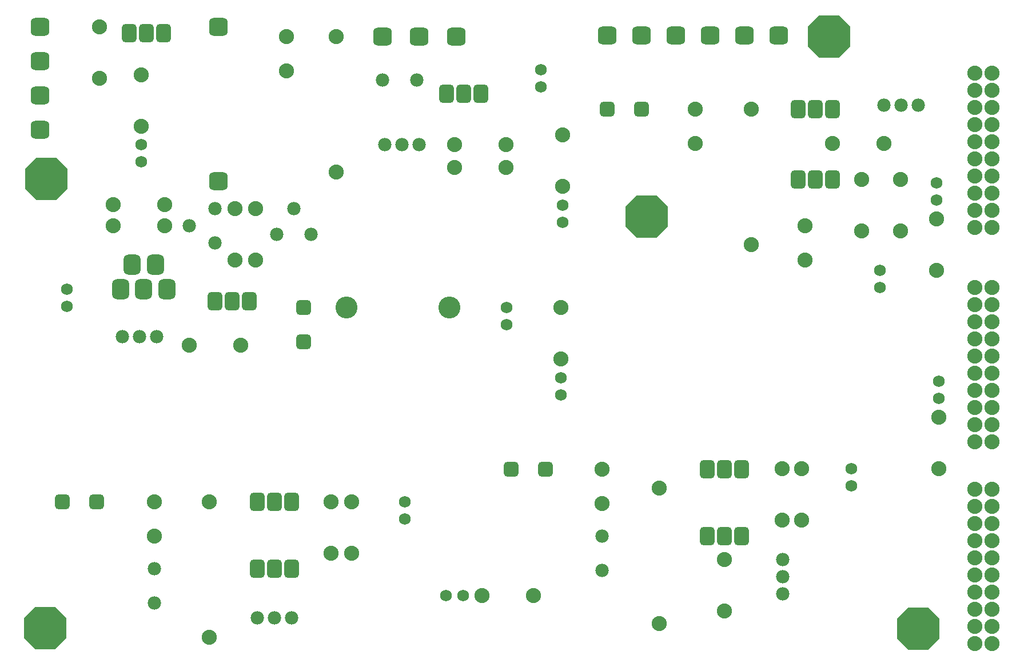
<source format=gbs>
%FSLAX25Y25*%
%MOIN*%
G70*
G01*
G75*
G04 Layer_Color=16711935*
G04:AMPARAMS|DCode=10|XSize=100mil|YSize=100mil|CornerRadius=25mil|HoleSize=0mil|Usage=FLASHONLY|Rotation=0.000|XOffset=0mil|YOffset=0mil|HoleType=Round|Shape=RoundedRectangle|*
%AMROUNDEDRECTD10*
21,1,0.10000,0.05000,0,0,0.0*
21,1,0.05000,0.10000,0,0,0.0*
1,1,0.05000,0.02500,-0.02500*
1,1,0.05000,-0.02500,-0.02500*
1,1,0.05000,-0.02500,0.02500*
1,1,0.05000,0.02500,0.02500*
%
%ADD10ROUNDEDRECTD10*%
%ADD11C,0.08000*%
G04:AMPARAMS|DCode=12|XSize=80mil|YSize=100mil|CornerRadius=20mil|HoleSize=0mil|Usage=FLASHONLY|Rotation=0.000|XOffset=0mil|YOffset=0mil|HoleType=Round|Shape=RoundedRectangle|*
%AMROUNDEDRECTD12*
21,1,0.08000,0.06000,0,0,0.0*
21,1,0.04000,0.10000,0,0,0.0*
1,1,0.04000,0.02000,-0.03000*
1,1,0.04000,-0.02000,-0.03000*
1,1,0.04000,-0.02000,0.03000*
1,1,0.04000,0.02000,0.03000*
%
%ADD12ROUNDEDRECTD12*%
%ADD13C,0.07000*%
%ADD14C,0.06000*%
%ADD15C,0.12000*%
G04:AMPARAMS|DCode=16|XSize=100mil|YSize=100mil|CornerRadius=25mil|HoleSize=0mil|Usage=FLASHONLY|Rotation=90.000|XOffset=0mil|YOffset=0mil|HoleType=Round|Shape=RoundedRectangle|*
%AMROUNDEDRECTD16*
21,1,0.10000,0.05000,0,0,90.0*
21,1,0.05000,0.10000,0,0,90.0*
1,1,0.05000,0.02500,0.02500*
1,1,0.05000,0.02500,-0.02500*
1,1,0.05000,-0.02500,-0.02500*
1,1,0.05000,-0.02500,0.02500*
%
%ADD16ROUNDEDRECTD16*%
G04:AMPARAMS|DCode=17|XSize=90mil|YSize=110mil|CornerRadius=22.5mil|HoleSize=0mil|Usage=FLASHONLY|Rotation=0.000|XOffset=0mil|YOffset=0mil|HoleType=Round|Shape=RoundedRectangle|*
%AMROUNDEDRECTD17*
21,1,0.09000,0.06500,0,0,0.0*
21,1,0.04500,0.11000,0,0,0.0*
1,1,0.04500,0.02250,-0.03250*
1,1,0.04500,-0.02250,-0.03250*
1,1,0.04500,-0.02250,0.03250*
1,1,0.04500,0.02250,0.03250*
%
%ADD17ROUNDEDRECTD17*%
G04:AMPARAMS|DCode=18|XSize=80mil|YSize=80mil|CornerRadius=20mil|HoleSize=0mil|Usage=FLASHONLY|Rotation=90.000|XOffset=0mil|YOffset=0mil|HoleType=Round|Shape=RoundedRectangle|*
%AMROUNDEDRECTD18*
21,1,0.08000,0.04000,0,0,90.0*
21,1,0.04000,0.08000,0,0,90.0*
1,1,0.04000,0.02000,0.02000*
1,1,0.04000,0.02000,-0.02000*
1,1,0.04000,-0.02000,-0.02000*
1,1,0.04000,-0.02000,0.02000*
%
%ADD18ROUNDEDRECTD18*%
G04:AMPARAMS|DCode=19|XSize=80mil|YSize=80mil|CornerRadius=20mil|HoleSize=0mil|Usage=FLASHONLY|Rotation=0.000|XOffset=0mil|YOffset=0mil|HoleType=Round|Shape=RoundedRectangle|*
%AMROUNDEDRECTD19*
21,1,0.08000,0.04000,0,0,0.0*
21,1,0.04000,0.08000,0,0,0.0*
1,1,0.04000,0.02000,-0.02000*
1,1,0.04000,-0.02000,-0.02000*
1,1,0.04000,-0.02000,0.02000*
1,1,0.04000,0.02000,0.02000*
%
%ADD19ROUNDEDRECTD19*%
G04:AMPARAMS|DCode=20|XSize=236.22mil|YSize=236.22mil|CornerRadius=0mil|HoleSize=0mil|Usage=FLASHONLY|Rotation=0.000|XOffset=0mil|YOffset=0mil|HoleType=Round|Shape=Octagon|*
%AMOCTAGOND20*
4,1,8,0.11811,-0.05906,0.11811,0.05906,0.05906,0.11811,-0.05906,0.11811,-0.11811,0.05906,-0.11811,-0.05906,-0.05906,-0.11811,0.05906,-0.11811,0.11811,-0.05906,0.0*
%
%ADD20OCTAGOND20*%

%ADD21C,0.05000*%
%ADD22C,0.04000*%
%ADD23C,0.06000*%
%ADD24C,0.01000*%
%ADD25C,0.00394*%
%ADD26R,0.15000X0.12500*%
G04:AMPARAMS|DCode=27|XSize=108mil|YSize=108mil|CornerRadius=29mil|HoleSize=0mil|Usage=FLASHONLY|Rotation=0.000|XOffset=0mil|YOffset=0mil|HoleType=Round|Shape=RoundedRectangle|*
%AMROUNDEDRECTD27*
21,1,0.10800,0.05000,0,0,0.0*
21,1,0.05000,0.10800,0,0,0.0*
1,1,0.05800,0.02500,-0.02500*
1,1,0.05800,-0.02500,-0.02500*
1,1,0.05800,-0.02500,0.02500*
1,1,0.05800,0.02500,0.02500*
%
%ADD27ROUNDEDRECTD27*%
%ADD28C,0.08800*%
G04:AMPARAMS|DCode=29|XSize=88mil|YSize=108mil|CornerRadius=24mil|HoleSize=0mil|Usage=FLASHONLY|Rotation=0.000|XOffset=0mil|YOffset=0mil|HoleType=Round|Shape=RoundedRectangle|*
%AMROUNDEDRECTD29*
21,1,0.08800,0.06000,0,0,0.0*
21,1,0.04000,0.10800,0,0,0.0*
1,1,0.04800,0.02000,-0.03000*
1,1,0.04800,-0.02000,-0.03000*
1,1,0.04800,-0.02000,0.03000*
1,1,0.04800,0.02000,0.03000*
%
%ADD29ROUNDEDRECTD29*%
%ADD30C,0.07800*%
%ADD31C,0.06800*%
%ADD32C,0.12800*%
G04:AMPARAMS|DCode=33|XSize=108mil|YSize=108mil|CornerRadius=29mil|HoleSize=0mil|Usage=FLASHONLY|Rotation=90.000|XOffset=0mil|YOffset=0mil|HoleType=Round|Shape=RoundedRectangle|*
%AMROUNDEDRECTD33*
21,1,0.10800,0.05000,0,0,90.0*
21,1,0.05000,0.10800,0,0,90.0*
1,1,0.05800,0.02500,0.02500*
1,1,0.05800,0.02500,-0.02500*
1,1,0.05800,-0.02500,-0.02500*
1,1,0.05800,-0.02500,0.02500*
%
%ADD33ROUNDEDRECTD33*%
G04:AMPARAMS|DCode=34|XSize=98mil|YSize=118mil|CornerRadius=26.5mil|HoleSize=0mil|Usage=FLASHONLY|Rotation=0.000|XOffset=0mil|YOffset=0mil|HoleType=Round|Shape=RoundedRectangle|*
%AMROUNDEDRECTD34*
21,1,0.09800,0.06500,0,0,0.0*
21,1,0.04500,0.11800,0,0,0.0*
1,1,0.05300,0.02250,-0.03250*
1,1,0.05300,-0.02250,-0.03250*
1,1,0.05300,-0.02250,0.03250*
1,1,0.05300,0.02250,0.03250*
%
%ADD34ROUNDEDRECTD34*%
G04:AMPARAMS|DCode=35|XSize=88mil|YSize=88mil|CornerRadius=24mil|HoleSize=0mil|Usage=FLASHONLY|Rotation=90.000|XOffset=0mil|YOffset=0mil|HoleType=Round|Shape=RoundedRectangle|*
%AMROUNDEDRECTD35*
21,1,0.08800,0.04000,0,0,90.0*
21,1,0.04000,0.08800,0,0,90.0*
1,1,0.04800,0.02000,0.02000*
1,1,0.04800,0.02000,-0.02000*
1,1,0.04800,-0.02000,-0.02000*
1,1,0.04800,-0.02000,0.02000*
%
%ADD35ROUNDEDRECTD35*%
G04:AMPARAMS|DCode=36|XSize=88mil|YSize=88mil|CornerRadius=24mil|HoleSize=0mil|Usage=FLASHONLY|Rotation=0.000|XOffset=0mil|YOffset=0mil|HoleType=Round|Shape=RoundedRectangle|*
%AMROUNDEDRECTD36*
21,1,0.08800,0.04000,0,0,0.0*
21,1,0.04000,0.08800,0,0,0.0*
1,1,0.04800,0.02000,-0.02000*
1,1,0.04800,-0.02000,-0.02000*
1,1,0.04800,-0.02000,0.02000*
1,1,0.04800,0.02000,0.02000*
%
%ADD36ROUNDEDRECTD36*%
G04:AMPARAMS|DCode=37|XSize=244.22mil|YSize=244.22mil|CornerRadius=0mil|HoleSize=0mil|Usage=FLASHONLY|Rotation=0.000|XOffset=0mil|YOffset=0mil|HoleType=Round|Shape=Octagon|*
%AMOCTAGOND37*
4,1,8,0.12211,-0.06106,0.12211,0.06106,0.06106,0.12211,-0.06106,0.12211,-0.12211,0.06106,-0.12211,-0.06106,-0.06106,-0.12211,0.06106,-0.12211,0.12211,-0.06106,0.0*
%
%ADD37OCTAGOND37*%

D27*
X345000Y376000D02*
D03*
X365000D02*
D03*
X214000Y375500D02*
D03*
X235500D02*
D03*
X257000D02*
D03*
X425000Y376000D02*
D03*
X445000D02*
D03*
X385000D02*
D03*
X405000D02*
D03*
D28*
X413500Y40500D02*
D03*
Y70500D02*
D03*
X458500Y93500D02*
D03*
Y123500D02*
D03*
X447000D02*
D03*
Y93500D02*
D03*
X375500Y33000D02*
D03*
Y112000D02*
D03*
X342000Y123000D02*
D03*
Y103000D02*
D03*
X476500Y313000D02*
D03*
X506500D02*
D03*
X196000Y74000D02*
D03*
Y104000D02*
D03*
X184000D02*
D03*
Y74000D02*
D03*
X113000Y25000D02*
D03*
Y104000D02*
D03*
X81000D02*
D03*
Y84000D02*
D03*
X49000Y381000D02*
D03*
Y351000D02*
D03*
X73500Y323000D02*
D03*
Y353000D02*
D03*
X319000Y288000D02*
D03*
Y318000D02*
D03*
X318000Y187500D02*
D03*
Y217500D02*
D03*
X538500Y153500D02*
D03*
Y123500D02*
D03*
X272000Y49500D02*
D03*
X302000D02*
D03*
X537000Y269000D02*
D03*
Y239000D02*
D03*
X286000Y299000D02*
D03*
X256000D02*
D03*
Y312500D02*
D03*
X286000D02*
D03*
X187000Y296500D02*
D03*
Y375500D02*
D03*
X158000D02*
D03*
Y355500D02*
D03*
X57000Y277500D02*
D03*
X87000D02*
D03*
X57000Y265000D02*
D03*
X87000D02*
D03*
X128000Y245000D02*
D03*
Y275000D02*
D03*
X140000D02*
D03*
Y245000D02*
D03*
X131500Y195500D02*
D03*
X101500D02*
D03*
X516000Y292000D02*
D03*
Y262000D02*
D03*
X493500D02*
D03*
Y292000D02*
D03*
X460500Y265000D02*
D03*
Y245000D02*
D03*
X396500Y333000D02*
D03*
Y313000D02*
D03*
X429000Y254000D02*
D03*
Y333000D02*
D03*
X569500Y21500D02*
D03*
Y31500D02*
D03*
Y41500D02*
D03*
Y51500D02*
D03*
Y61500D02*
D03*
Y71500D02*
D03*
Y81500D02*
D03*
Y91500D02*
D03*
Y101500D02*
D03*
Y111500D02*
D03*
X559500Y21500D02*
D03*
Y31500D02*
D03*
Y41500D02*
D03*
Y51500D02*
D03*
Y61500D02*
D03*
Y71500D02*
D03*
Y81500D02*
D03*
Y91500D02*
D03*
Y101500D02*
D03*
Y111500D02*
D03*
X569500Y264000D02*
D03*
Y274000D02*
D03*
Y284000D02*
D03*
Y294000D02*
D03*
Y304000D02*
D03*
Y314000D02*
D03*
Y324000D02*
D03*
Y334000D02*
D03*
Y344000D02*
D03*
Y354000D02*
D03*
X559500Y264000D02*
D03*
Y274000D02*
D03*
Y284000D02*
D03*
Y294000D02*
D03*
Y304000D02*
D03*
Y314000D02*
D03*
Y324000D02*
D03*
Y334000D02*
D03*
Y344000D02*
D03*
Y354000D02*
D03*
X569500Y139000D02*
D03*
Y149000D02*
D03*
Y159000D02*
D03*
Y169000D02*
D03*
Y179000D02*
D03*
Y189000D02*
D03*
Y199000D02*
D03*
Y209000D02*
D03*
Y219000D02*
D03*
Y229000D02*
D03*
X559500Y139000D02*
D03*
Y149000D02*
D03*
Y159000D02*
D03*
Y169000D02*
D03*
Y179000D02*
D03*
Y189000D02*
D03*
Y199000D02*
D03*
Y209000D02*
D03*
Y219000D02*
D03*
Y229000D02*
D03*
D29*
X423500Y84000D02*
D03*
X413500D02*
D03*
X403500D02*
D03*
X423500Y123000D02*
D03*
X413500D02*
D03*
X403500D02*
D03*
X161000Y65000D02*
D03*
X151000D02*
D03*
X141000D02*
D03*
X161000Y104000D02*
D03*
X151000D02*
D03*
X141000D02*
D03*
X271500Y342000D02*
D03*
X261500D02*
D03*
X251500D02*
D03*
X86500Y377500D02*
D03*
X76500D02*
D03*
X66500D02*
D03*
X136500Y221000D02*
D03*
X126500D02*
D03*
X116500D02*
D03*
X476500Y292000D02*
D03*
X466500D02*
D03*
X456500D02*
D03*
X476500Y333000D02*
D03*
X466500D02*
D03*
X456500D02*
D03*
D30*
X526500Y335500D02*
D03*
X516500D02*
D03*
X506500D02*
D03*
X215500Y312500D02*
D03*
X225500D02*
D03*
X235500D02*
D03*
X214000Y350000D02*
D03*
X234000D02*
D03*
X101500Y265000D02*
D03*
X116500Y275000D02*
D03*
Y255000D02*
D03*
X162500Y275000D02*
D03*
X172500Y260000D02*
D03*
X152500D02*
D03*
X62500Y200500D02*
D03*
X72500D02*
D03*
X82500D02*
D03*
X81000Y65000D02*
D03*
Y45000D02*
D03*
X141000Y36500D02*
D03*
X151000D02*
D03*
X161000D02*
D03*
X342000Y84000D02*
D03*
Y64000D02*
D03*
X447500Y50500D02*
D03*
Y60500D02*
D03*
Y70500D02*
D03*
D31*
X227000Y94000D02*
D03*
Y104000D02*
D03*
X73500Y302500D02*
D03*
Y312500D02*
D03*
X319000Y267000D02*
D03*
Y277000D02*
D03*
X318000Y166500D02*
D03*
Y176500D02*
D03*
X538500Y174500D02*
D03*
Y164500D02*
D03*
X251000Y49500D02*
D03*
X261000D02*
D03*
X537000Y290000D02*
D03*
Y280000D02*
D03*
X306500Y346000D02*
D03*
Y356000D02*
D03*
X30000Y218000D02*
D03*
Y228000D02*
D03*
X286500Y207500D02*
D03*
Y217500D02*
D03*
X504000Y229000D02*
D03*
Y239000D02*
D03*
X487500Y113500D02*
D03*
Y123500D02*
D03*
D32*
X253000Y217500D02*
D03*
X193000D02*
D03*
D33*
X14500Y361000D02*
D03*
Y381000D02*
D03*
Y321000D02*
D03*
Y341000D02*
D03*
X118500Y291000D02*
D03*
Y381000D02*
D03*
D34*
X88300Y228000D02*
D03*
X81600Y242500D02*
D03*
X74900Y228000D02*
D03*
X61500D02*
D03*
X68200Y242500D02*
D03*
D35*
X168000Y197500D02*
D03*
Y217500D02*
D03*
D36*
X289000Y123000D02*
D03*
X309000D02*
D03*
X27500Y104000D02*
D03*
X47500D02*
D03*
X345000Y333000D02*
D03*
X365000D02*
D03*
D37*
X17500Y30500D02*
D03*
X526500Y30000D02*
D03*
X474500Y375500D02*
D03*
X18000Y292500D02*
D03*
X368000Y270500D02*
D03*
M02*

</source>
